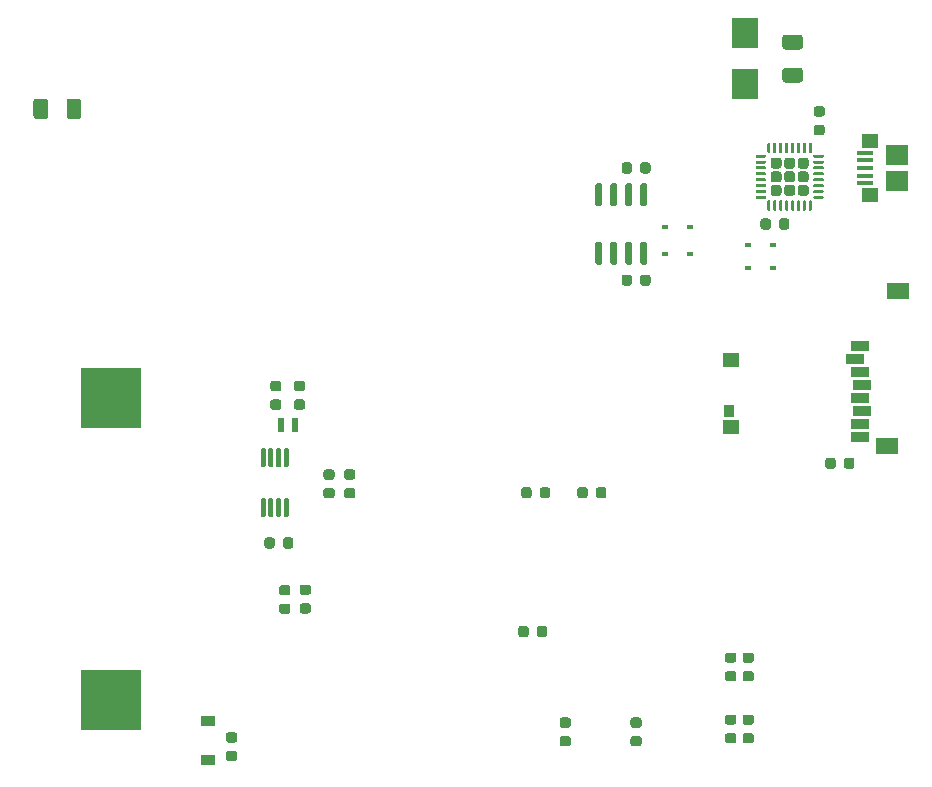
<source format=gbr>
%TF.GenerationSoftware,KiCad,Pcbnew,(5.1.6)-1*%
%TF.CreationDate,2021-11-18T16:20:29-08:00*%
%TF.ProjectId,well-monitor,77656c6c-2d6d-46f6-9e69-746f722e6b69,rev?*%
%TF.SameCoordinates,Original*%
%TF.FileFunction,Paste,Top*%
%TF.FilePolarity,Positive*%
%FSLAX46Y46*%
G04 Gerber Fmt 4.6, Leading zero omitted, Abs format (unit mm)*
G04 Created by KiCad (PCBNEW (5.1.6)-1) date 2021-11-18 16:20:29*
%MOMM*%
%LPD*%
G01*
G04 APERTURE LIST*
%ADD10R,0.600000X0.450000*%
%ADD11R,1.450000X1.150000*%
%ADD12R,1.900000X1.750000*%
%ADD13R,1.400000X0.400000*%
%ADD14R,5.100000X5.100000*%
%ADD15R,2.300000X2.500000*%
%ADD16R,0.600000X1.200000*%
%ADD17R,1.498600X0.812800*%
%ADD18R,0.939800X0.990600*%
%ADD19R,1.397000X1.295400*%
%ADD20R,1.905000X1.397000*%
%ADD21R,1.200000X0.900000*%
G04 APERTURE END LIST*
%TO.C,R7*%
G36*
G01*
X158743750Y-107850000D02*
X159256250Y-107850000D01*
G75*
G02*
X159475000Y-108068750I0J-218750D01*
G01*
X159475000Y-108506250D01*
G75*
G02*
X159256250Y-108725000I-218750J0D01*
G01*
X158743750Y-108725000D01*
G75*
G02*
X158525000Y-108506250I0J218750D01*
G01*
X158525000Y-108068750D01*
G75*
G02*
X158743750Y-107850000I218750J0D01*
G01*
G37*
G36*
G01*
X158743750Y-106275000D02*
X159256250Y-106275000D01*
G75*
G02*
X159475000Y-106493750I0J-218750D01*
G01*
X159475000Y-106931250D01*
G75*
G02*
X159256250Y-107150000I-218750J0D01*
G01*
X158743750Y-107150000D01*
G75*
G02*
X158525000Y-106931250I0J218750D01*
G01*
X158525000Y-106493750D01*
G75*
G02*
X158743750Y-106275000I218750J0D01*
G01*
G37*
%TD*%
%TO.C,D8*%
G36*
G01*
X157756250Y-107150000D02*
X157243750Y-107150000D01*
G75*
G02*
X157025000Y-106931250I0J218750D01*
G01*
X157025000Y-106493750D01*
G75*
G02*
X157243750Y-106275000I218750J0D01*
G01*
X157756250Y-106275000D01*
G75*
G02*
X157975000Y-106493750I0J-218750D01*
G01*
X157975000Y-106931250D01*
G75*
G02*
X157756250Y-107150000I-218750J0D01*
G01*
G37*
G36*
G01*
X157756250Y-108725000D02*
X157243750Y-108725000D01*
G75*
G02*
X157025000Y-108506250I0J218750D01*
G01*
X157025000Y-108068750D01*
G75*
G02*
X157243750Y-107850000I218750J0D01*
G01*
X157756250Y-107850000D01*
G75*
G02*
X157975000Y-108068750I0J-218750D01*
G01*
X157975000Y-108506250D01*
G75*
G02*
X157756250Y-108725000I-218750J0D01*
G01*
G37*
%TD*%
%TO.C,U5*%
G36*
G01*
X119772512Y-87950000D02*
X119972512Y-87950000D01*
G75*
G02*
X120072512Y-88050000I0J-100000D01*
G01*
X120072512Y-89475000D01*
G75*
G02*
X119972512Y-89575000I-100000J0D01*
G01*
X119772512Y-89575000D01*
G75*
G02*
X119672512Y-89475000I0J100000D01*
G01*
X119672512Y-88050000D01*
G75*
G02*
X119772512Y-87950000I100000J0D01*
G01*
G37*
G36*
G01*
X119122512Y-87950000D02*
X119322512Y-87950000D01*
G75*
G02*
X119422512Y-88050000I0J-100000D01*
G01*
X119422512Y-89475000D01*
G75*
G02*
X119322512Y-89575000I-100000J0D01*
G01*
X119122512Y-89575000D01*
G75*
G02*
X119022512Y-89475000I0J100000D01*
G01*
X119022512Y-88050000D01*
G75*
G02*
X119122512Y-87950000I100000J0D01*
G01*
G37*
G36*
G01*
X118472512Y-87950000D02*
X118672512Y-87950000D01*
G75*
G02*
X118772512Y-88050000I0J-100000D01*
G01*
X118772512Y-89475000D01*
G75*
G02*
X118672512Y-89575000I-100000J0D01*
G01*
X118472512Y-89575000D01*
G75*
G02*
X118372512Y-89475000I0J100000D01*
G01*
X118372512Y-88050000D01*
G75*
G02*
X118472512Y-87950000I100000J0D01*
G01*
G37*
G36*
G01*
X117822512Y-87950000D02*
X118022512Y-87950000D01*
G75*
G02*
X118122512Y-88050000I0J-100000D01*
G01*
X118122512Y-89475000D01*
G75*
G02*
X118022512Y-89575000I-100000J0D01*
G01*
X117822512Y-89575000D01*
G75*
G02*
X117722512Y-89475000I0J100000D01*
G01*
X117722512Y-88050000D01*
G75*
G02*
X117822512Y-87950000I100000J0D01*
G01*
G37*
G36*
G01*
X117822512Y-83725000D02*
X118022512Y-83725000D01*
G75*
G02*
X118122512Y-83825000I0J-100000D01*
G01*
X118122512Y-85250000D01*
G75*
G02*
X118022512Y-85350000I-100000J0D01*
G01*
X117822512Y-85350000D01*
G75*
G02*
X117722512Y-85250000I0J100000D01*
G01*
X117722512Y-83825000D01*
G75*
G02*
X117822512Y-83725000I100000J0D01*
G01*
G37*
G36*
G01*
X118472512Y-83725000D02*
X118672512Y-83725000D01*
G75*
G02*
X118772512Y-83825000I0J-100000D01*
G01*
X118772512Y-85250000D01*
G75*
G02*
X118672512Y-85350000I-100000J0D01*
G01*
X118472512Y-85350000D01*
G75*
G02*
X118372512Y-85250000I0J100000D01*
G01*
X118372512Y-83825000D01*
G75*
G02*
X118472512Y-83725000I100000J0D01*
G01*
G37*
G36*
G01*
X119122512Y-83725000D02*
X119322512Y-83725000D01*
G75*
G02*
X119422512Y-83825000I0J-100000D01*
G01*
X119422512Y-85250000D01*
G75*
G02*
X119322512Y-85350000I-100000J0D01*
G01*
X119122512Y-85350000D01*
G75*
G02*
X119022512Y-85250000I0J100000D01*
G01*
X119022512Y-83825000D01*
G75*
G02*
X119122512Y-83725000I100000J0D01*
G01*
G37*
G36*
G01*
X119772512Y-83725000D02*
X119972512Y-83725000D01*
G75*
G02*
X120072512Y-83825000I0J-100000D01*
G01*
X120072512Y-85250000D01*
G75*
G02*
X119972512Y-85350000I-100000J0D01*
G01*
X119772512Y-85350000D01*
G75*
G02*
X119672512Y-85250000I0J100000D01*
G01*
X119672512Y-83825000D01*
G75*
G02*
X119772512Y-83725000I100000J0D01*
G01*
G37*
%TD*%
D10*
%TO.C,D7*%
X161050000Y-66500000D03*
X158950000Y-66500000D03*
%TD*%
%TO.C,D6*%
X161050000Y-68500000D03*
X158950000Y-68500000D03*
%TD*%
%TO.C,C15*%
G36*
G01*
X162125000Y-51525000D02*
X163375000Y-51525000D01*
G75*
G02*
X163625000Y-51775000I0J-250000D01*
G01*
X163625000Y-52525000D01*
G75*
G02*
X163375000Y-52775000I-250000J0D01*
G01*
X162125000Y-52775000D01*
G75*
G02*
X161875000Y-52525000I0J250000D01*
G01*
X161875000Y-51775000D01*
G75*
G02*
X162125000Y-51525000I250000J0D01*
G01*
G37*
G36*
G01*
X162125000Y-48725000D02*
X163375000Y-48725000D01*
G75*
G02*
X163625000Y-48975000I0J-250000D01*
G01*
X163625000Y-49725000D01*
G75*
G02*
X163375000Y-49975000I-250000J0D01*
G01*
X162125000Y-49975000D01*
G75*
G02*
X161875000Y-49725000I0J250000D01*
G01*
X161875000Y-48975000D01*
G75*
G02*
X162125000Y-48725000I250000J0D01*
G01*
G37*
%TD*%
D11*
%TO.C,J6*%
X169320000Y-62320000D03*
X169320000Y-57680000D03*
D12*
X171550000Y-61125000D03*
D13*
X168900000Y-60000000D03*
X168900000Y-59350000D03*
X168900000Y-58700000D03*
X168900000Y-61300000D03*
X168900000Y-60650000D03*
D12*
X171550000Y-58875000D03*
%TD*%
D14*
%TO.C,BT1*%
X105000000Y-105050000D03*
X105000000Y-79450000D03*
%TD*%
D15*
%TO.C,D5*%
X158750000Y-52900000D03*
X158750000Y-48600000D03*
%TD*%
D16*
%TO.C,Y1*%
X119400000Y-81750000D03*
X120600000Y-81750000D03*
%TD*%
%TO.C,U4*%
G36*
G01*
X150005000Y-66250000D02*
X150305000Y-66250000D01*
G75*
G02*
X150455000Y-66400000I0J-150000D01*
G01*
X150455000Y-68050000D01*
G75*
G02*
X150305000Y-68200000I-150000J0D01*
G01*
X150005000Y-68200000D01*
G75*
G02*
X149855000Y-68050000I0J150000D01*
G01*
X149855000Y-66400000D01*
G75*
G02*
X150005000Y-66250000I150000J0D01*
G01*
G37*
G36*
G01*
X148735000Y-66250000D02*
X149035000Y-66250000D01*
G75*
G02*
X149185000Y-66400000I0J-150000D01*
G01*
X149185000Y-68050000D01*
G75*
G02*
X149035000Y-68200000I-150000J0D01*
G01*
X148735000Y-68200000D01*
G75*
G02*
X148585000Y-68050000I0J150000D01*
G01*
X148585000Y-66400000D01*
G75*
G02*
X148735000Y-66250000I150000J0D01*
G01*
G37*
G36*
G01*
X147465000Y-66250000D02*
X147765000Y-66250000D01*
G75*
G02*
X147915000Y-66400000I0J-150000D01*
G01*
X147915000Y-68050000D01*
G75*
G02*
X147765000Y-68200000I-150000J0D01*
G01*
X147465000Y-68200000D01*
G75*
G02*
X147315000Y-68050000I0J150000D01*
G01*
X147315000Y-66400000D01*
G75*
G02*
X147465000Y-66250000I150000J0D01*
G01*
G37*
G36*
G01*
X146195000Y-66250000D02*
X146495000Y-66250000D01*
G75*
G02*
X146645000Y-66400000I0J-150000D01*
G01*
X146645000Y-68050000D01*
G75*
G02*
X146495000Y-68200000I-150000J0D01*
G01*
X146195000Y-68200000D01*
G75*
G02*
X146045000Y-68050000I0J150000D01*
G01*
X146045000Y-66400000D01*
G75*
G02*
X146195000Y-66250000I150000J0D01*
G01*
G37*
G36*
G01*
X146195000Y-61300000D02*
X146495000Y-61300000D01*
G75*
G02*
X146645000Y-61450000I0J-150000D01*
G01*
X146645000Y-63100000D01*
G75*
G02*
X146495000Y-63250000I-150000J0D01*
G01*
X146195000Y-63250000D01*
G75*
G02*
X146045000Y-63100000I0J150000D01*
G01*
X146045000Y-61450000D01*
G75*
G02*
X146195000Y-61300000I150000J0D01*
G01*
G37*
G36*
G01*
X147465000Y-61300000D02*
X147765000Y-61300000D01*
G75*
G02*
X147915000Y-61450000I0J-150000D01*
G01*
X147915000Y-63100000D01*
G75*
G02*
X147765000Y-63250000I-150000J0D01*
G01*
X147465000Y-63250000D01*
G75*
G02*
X147315000Y-63100000I0J150000D01*
G01*
X147315000Y-61450000D01*
G75*
G02*
X147465000Y-61300000I150000J0D01*
G01*
G37*
G36*
G01*
X148735000Y-61300000D02*
X149035000Y-61300000D01*
G75*
G02*
X149185000Y-61450000I0J-150000D01*
G01*
X149185000Y-63100000D01*
G75*
G02*
X149035000Y-63250000I-150000J0D01*
G01*
X148735000Y-63250000D01*
G75*
G02*
X148585000Y-63100000I0J150000D01*
G01*
X148585000Y-61450000D01*
G75*
G02*
X148735000Y-61300000I150000J0D01*
G01*
G37*
G36*
G01*
X150005000Y-61300000D02*
X150305000Y-61300000D01*
G75*
G02*
X150455000Y-61450000I0J-150000D01*
G01*
X150455000Y-63100000D01*
G75*
G02*
X150305000Y-63250000I-150000J0D01*
G01*
X150005000Y-63250000D01*
G75*
G02*
X149855000Y-63100000I0J150000D01*
G01*
X149855000Y-61450000D01*
G75*
G02*
X150005000Y-61300000I150000J0D01*
G01*
G37*
%TD*%
%TO.C,U3*%
G36*
G01*
X163882500Y-60065000D02*
X163417500Y-60065000D01*
G75*
G02*
X163185000Y-59832500I0J232500D01*
G01*
X163185000Y-59367500D01*
G75*
G02*
X163417500Y-59135000I232500J0D01*
G01*
X163882500Y-59135000D01*
G75*
G02*
X164115000Y-59367500I0J-232500D01*
G01*
X164115000Y-59832500D01*
G75*
G02*
X163882500Y-60065000I-232500J0D01*
G01*
G37*
G36*
G01*
X162732500Y-60065000D02*
X162267500Y-60065000D01*
G75*
G02*
X162035000Y-59832500I0J232500D01*
G01*
X162035000Y-59367500D01*
G75*
G02*
X162267500Y-59135000I232500J0D01*
G01*
X162732500Y-59135000D01*
G75*
G02*
X162965000Y-59367500I0J-232500D01*
G01*
X162965000Y-59832500D01*
G75*
G02*
X162732500Y-60065000I-232500J0D01*
G01*
G37*
G36*
G01*
X161582500Y-60065000D02*
X161117500Y-60065000D01*
G75*
G02*
X160885000Y-59832500I0J232500D01*
G01*
X160885000Y-59367500D01*
G75*
G02*
X161117500Y-59135000I232500J0D01*
G01*
X161582500Y-59135000D01*
G75*
G02*
X161815000Y-59367500I0J-232500D01*
G01*
X161815000Y-59832500D01*
G75*
G02*
X161582500Y-60065000I-232500J0D01*
G01*
G37*
G36*
G01*
X163882500Y-61215000D02*
X163417500Y-61215000D01*
G75*
G02*
X163185000Y-60982500I0J232500D01*
G01*
X163185000Y-60517500D01*
G75*
G02*
X163417500Y-60285000I232500J0D01*
G01*
X163882500Y-60285000D01*
G75*
G02*
X164115000Y-60517500I0J-232500D01*
G01*
X164115000Y-60982500D01*
G75*
G02*
X163882500Y-61215000I-232500J0D01*
G01*
G37*
G36*
G01*
X162732500Y-61215000D02*
X162267500Y-61215000D01*
G75*
G02*
X162035000Y-60982500I0J232500D01*
G01*
X162035000Y-60517500D01*
G75*
G02*
X162267500Y-60285000I232500J0D01*
G01*
X162732500Y-60285000D01*
G75*
G02*
X162965000Y-60517500I0J-232500D01*
G01*
X162965000Y-60982500D01*
G75*
G02*
X162732500Y-61215000I-232500J0D01*
G01*
G37*
G36*
G01*
X161582500Y-61215000D02*
X161117500Y-61215000D01*
G75*
G02*
X160885000Y-60982500I0J232500D01*
G01*
X160885000Y-60517500D01*
G75*
G02*
X161117500Y-60285000I232500J0D01*
G01*
X161582500Y-60285000D01*
G75*
G02*
X161815000Y-60517500I0J-232500D01*
G01*
X161815000Y-60982500D01*
G75*
G02*
X161582500Y-61215000I-232500J0D01*
G01*
G37*
G36*
G01*
X163882500Y-62365000D02*
X163417500Y-62365000D01*
G75*
G02*
X163185000Y-62132500I0J232500D01*
G01*
X163185000Y-61667500D01*
G75*
G02*
X163417500Y-61435000I232500J0D01*
G01*
X163882500Y-61435000D01*
G75*
G02*
X164115000Y-61667500I0J-232500D01*
G01*
X164115000Y-62132500D01*
G75*
G02*
X163882500Y-62365000I-232500J0D01*
G01*
G37*
G36*
G01*
X162732500Y-62365000D02*
X162267500Y-62365000D01*
G75*
G02*
X162035000Y-62132500I0J232500D01*
G01*
X162035000Y-61667500D01*
G75*
G02*
X162267500Y-61435000I232500J0D01*
G01*
X162732500Y-61435000D01*
G75*
G02*
X162965000Y-61667500I0J-232500D01*
G01*
X162965000Y-62132500D01*
G75*
G02*
X162732500Y-62365000I-232500J0D01*
G01*
G37*
G36*
G01*
X161582500Y-62365000D02*
X161117500Y-62365000D01*
G75*
G02*
X160885000Y-62132500I0J232500D01*
G01*
X160885000Y-61667500D01*
G75*
G02*
X161117500Y-61435000I232500J0D01*
G01*
X161582500Y-61435000D01*
G75*
G02*
X161815000Y-61667500I0J-232500D01*
G01*
X161815000Y-62132500D01*
G75*
G02*
X161582500Y-62365000I-232500J0D01*
G01*
G37*
G36*
G01*
X160437500Y-62625000D02*
X159687500Y-62625000D01*
G75*
G02*
X159625000Y-62562500I0J62500D01*
G01*
X159625000Y-62437500D01*
G75*
G02*
X159687500Y-62375000I62500J0D01*
G01*
X160437500Y-62375000D01*
G75*
G02*
X160500000Y-62437500I0J-62500D01*
G01*
X160500000Y-62562500D01*
G75*
G02*
X160437500Y-62625000I-62500J0D01*
G01*
G37*
G36*
G01*
X160437500Y-62125000D02*
X159687500Y-62125000D01*
G75*
G02*
X159625000Y-62062500I0J62500D01*
G01*
X159625000Y-61937500D01*
G75*
G02*
X159687500Y-61875000I62500J0D01*
G01*
X160437500Y-61875000D01*
G75*
G02*
X160500000Y-61937500I0J-62500D01*
G01*
X160500000Y-62062500D01*
G75*
G02*
X160437500Y-62125000I-62500J0D01*
G01*
G37*
G36*
G01*
X160437500Y-61625000D02*
X159687500Y-61625000D01*
G75*
G02*
X159625000Y-61562500I0J62500D01*
G01*
X159625000Y-61437500D01*
G75*
G02*
X159687500Y-61375000I62500J0D01*
G01*
X160437500Y-61375000D01*
G75*
G02*
X160500000Y-61437500I0J-62500D01*
G01*
X160500000Y-61562500D01*
G75*
G02*
X160437500Y-61625000I-62500J0D01*
G01*
G37*
G36*
G01*
X160437500Y-61125000D02*
X159687500Y-61125000D01*
G75*
G02*
X159625000Y-61062500I0J62500D01*
G01*
X159625000Y-60937500D01*
G75*
G02*
X159687500Y-60875000I62500J0D01*
G01*
X160437500Y-60875000D01*
G75*
G02*
X160500000Y-60937500I0J-62500D01*
G01*
X160500000Y-61062500D01*
G75*
G02*
X160437500Y-61125000I-62500J0D01*
G01*
G37*
G36*
G01*
X160437500Y-60625000D02*
X159687500Y-60625000D01*
G75*
G02*
X159625000Y-60562500I0J62500D01*
G01*
X159625000Y-60437500D01*
G75*
G02*
X159687500Y-60375000I62500J0D01*
G01*
X160437500Y-60375000D01*
G75*
G02*
X160500000Y-60437500I0J-62500D01*
G01*
X160500000Y-60562500D01*
G75*
G02*
X160437500Y-60625000I-62500J0D01*
G01*
G37*
G36*
G01*
X160437500Y-60125000D02*
X159687500Y-60125000D01*
G75*
G02*
X159625000Y-60062500I0J62500D01*
G01*
X159625000Y-59937500D01*
G75*
G02*
X159687500Y-59875000I62500J0D01*
G01*
X160437500Y-59875000D01*
G75*
G02*
X160500000Y-59937500I0J-62500D01*
G01*
X160500000Y-60062500D01*
G75*
G02*
X160437500Y-60125000I-62500J0D01*
G01*
G37*
G36*
G01*
X160437500Y-59625000D02*
X159687500Y-59625000D01*
G75*
G02*
X159625000Y-59562500I0J62500D01*
G01*
X159625000Y-59437500D01*
G75*
G02*
X159687500Y-59375000I62500J0D01*
G01*
X160437500Y-59375000D01*
G75*
G02*
X160500000Y-59437500I0J-62500D01*
G01*
X160500000Y-59562500D01*
G75*
G02*
X160437500Y-59625000I-62500J0D01*
G01*
G37*
G36*
G01*
X160437500Y-59125000D02*
X159687500Y-59125000D01*
G75*
G02*
X159625000Y-59062500I0J62500D01*
G01*
X159625000Y-58937500D01*
G75*
G02*
X159687500Y-58875000I62500J0D01*
G01*
X160437500Y-58875000D01*
G75*
G02*
X160500000Y-58937500I0J-62500D01*
G01*
X160500000Y-59062500D01*
G75*
G02*
X160437500Y-59125000I-62500J0D01*
G01*
G37*
G36*
G01*
X160812500Y-58750000D02*
X160687500Y-58750000D01*
G75*
G02*
X160625000Y-58687500I0J62500D01*
G01*
X160625000Y-57937500D01*
G75*
G02*
X160687500Y-57875000I62500J0D01*
G01*
X160812500Y-57875000D01*
G75*
G02*
X160875000Y-57937500I0J-62500D01*
G01*
X160875000Y-58687500D01*
G75*
G02*
X160812500Y-58750000I-62500J0D01*
G01*
G37*
G36*
G01*
X161312500Y-58750000D02*
X161187500Y-58750000D01*
G75*
G02*
X161125000Y-58687500I0J62500D01*
G01*
X161125000Y-57937500D01*
G75*
G02*
X161187500Y-57875000I62500J0D01*
G01*
X161312500Y-57875000D01*
G75*
G02*
X161375000Y-57937500I0J-62500D01*
G01*
X161375000Y-58687500D01*
G75*
G02*
X161312500Y-58750000I-62500J0D01*
G01*
G37*
G36*
G01*
X161812500Y-58750000D02*
X161687500Y-58750000D01*
G75*
G02*
X161625000Y-58687500I0J62500D01*
G01*
X161625000Y-57937500D01*
G75*
G02*
X161687500Y-57875000I62500J0D01*
G01*
X161812500Y-57875000D01*
G75*
G02*
X161875000Y-57937500I0J-62500D01*
G01*
X161875000Y-58687500D01*
G75*
G02*
X161812500Y-58750000I-62500J0D01*
G01*
G37*
G36*
G01*
X162312500Y-58750000D02*
X162187500Y-58750000D01*
G75*
G02*
X162125000Y-58687500I0J62500D01*
G01*
X162125000Y-57937500D01*
G75*
G02*
X162187500Y-57875000I62500J0D01*
G01*
X162312500Y-57875000D01*
G75*
G02*
X162375000Y-57937500I0J-62500D01*
G01*
X162375000Y-58687500D01*
G75*
G02*
X162312500Y-58750000I-62500J0D01*
G01*
G37*
G36*
G01*
X162812500Y-58750000D02*
X162687500Y-58750000D01*
G75*
G02*
X162625000Y-58687500I0J62500D01*
G01*
X162625000Y-57937500D01*
G75*
G02*
X162687500Y-57875000I62500J0D01*
G01*
X162812500Y-57875000D01*
G75*
G02*
X162875000Y-57937500I0J-62500D01*
G01*
X162875000Y-58687500D01*
G75*
G02*
X162812500Y-58750000I-62500J0D01*
G01*
G37*
G36*
G01*
X163312500Y-58750000D02*
X163187500Y-58750000D01*
G75*
G02*
X163125000Y-58687500I0J62500D01*
G01*
X163125000Y-57937500D01*
G75*
G02*
X163187500Y-57875000I62500J0D01*
G01*
X163312500Y-57875000D01*
G75*
G02*
X163375000Y-57937500I0J-62500D01*
G01*
X163375000Y-58687500D01*
G75*
G02*
X163312500Y-58750000I-62500J0D01*
G01*
G37*
G36*
G01*
X163812500Y-58750000D02*
X163687500Y-58750000D01*
G75*
G02*
X163625000Y-58687500I0J62500D01*
G01*
X163625000Y-57937500D01*
G75*
G02*
X163687500Y-57875000I62500J0D01*
G01*
X163812500Y-57875000D01*
G75*
G02*
X163875000Y-57937500I0J-62500D01*
G01*
X163875000Y-58687500D01*
G75*
G02*
X163812500Y-58750000I-62500J0D01*
G01*
G37*
G36*
G01*
X164312500Y-58750000D02*
X164187500Y-58750000D01*
G75*
G02*
X164125000Y-58687500I0J62500D01*
G01*
X164125000Y-57937500D01*
G75*
G02*
X164187500Y-57875000I62500J0D01*
G01*
X164312500Y-57875000D01*
G75*
G02*
X164375000Y-57937500I0J-62500D01*
G01*
X164375000Y-58687500D01*
G75*
G02*
X164312500Y-58750000I-62500J0D01*
G01*
G37*
G36*
G01*
X165312500Y-59125000D02*
X164562500Y-59125000D01*
G75*
G02*
X164500000Y-59062500I0J62500D01*
G01*
X164500000Y-58937500D01*
G75*
G02*
X164562500Y-58875000I62500J0D01*
G01*
X165312500Y-58875000D01*
G75*
G02*
X165375000Y-58937500I0J-62500D01*
G01*
X165375000Y-59062500D01*
G75*
G02*
X165312500Y-59125000I-62500J0D01*
G01*
G37*
G36*
G01*
X165312500Y-59625000D02*
X164562500Y-59625000D01*
G75*
G02*
X164500000Y-59562500I0J62500D01*
G01*
X164500000Y-59437500D01*
G75*
G02*
X164562500Y-59375000I62500J0D01*
G01*
X165312500Y-59375000D01*
G75*
G02*
X165375000Y-59437500I0J-62500D01*
G01*
X165375000Y-59562500D01*
G75*
G02*
X165312500Y-59625000I-62500J0D01*
G01*
G37*
G36*
G01*
X165312500Y-60125000D02*
X164562500Y-60125000D01*
G75*
G02*
X164500000Y-60062500I0J62500D01*
G01*
X164500000Y-59937500D01*
G75*
G02*
X164562500Y-59875000I62500J0D01*
G01*
X165312500Y-59875000D01*
G75*
G02*
X165375000Y-59937500I0J-62500D01*
G01*
X165375000Y-60062500D01*
G75*
G02*
X165312500Y-60125000I-62500J0D01*
G01*
G37*
G36*
G01*
X165312500Y-60625000D02*
X164562500Y-60625000D01*
G75*
G02*
X164500000Y-60562500I0J62500D01*
G01*
X164500000Y-60437500D01*
G75*
G02*
X164562500Y-60375000I62500J0D01*
G01*
X165312500Y-60375000D01*
G75*
G02*
X165375000Y-60437500I0J-62500D01*
G01*
X165375000Y-60562500D01*
G75*
G02*
X165312500Y-60625000I-62500J0D01*
G01*
G37*
G36*
G01*
X165312500Y-61125000D02*
X164562500Y-61125000D01*
G75*
G02*
X164500000Y-61062500I0J62500D01*
G01*
X164500000Y-60937500D01*
G75*
G02*
X164562500Y-60875000I62500J0D01*
G01*
X165312500Y-60875000D01*
G75*
G02*
X165375000Y-60937500I0J-62500D01*
G01*
X165375000Y-61062500D01*
G75*
G02*
X165312500Y-61125000I-62500J0D01*
G01*
G37*
G36*
G01*
X165312500Y-61625000D02*
X164562500Y-61625000D01*
G75*
G02*
X164500000Y-61562500I0J62500D01*
G01*
X164500000Y-61437500D01*
G75*
G02*
X164562500Y-61375000I62500J0D01*
G01*
X165312500Y-61375000D01*
G75*
G02*
X165375000Y-61437500I0J-62500D01*
G01*
X165375000Y-61562500D01*
G75*
G02*
X165312500Y-61625000I-62500J0D01*
G01*
G37*
G36*
G01*
X165312500Y-62125000D02*
X164562500Y-62125000D01*
G75*
G02*
X164500000Y-62062500I0J62500D01*
G01*
X164500000Y-61937500D01*
G75*
G02*
X164562500Y-61875000I62500J0D01*
G01*
X165312500Y-61875000D01*
G75*
G02*
X165375000Y-61937500I0J-62500D01*
G01*
X165375000Y-62062500D01*
G75*
G02*
X165312500Y-62125000I-62500J0D01*
G01*
G37*
G36*
G01*
X165312500Y-62625000D02*
X164562500Y-62625000D01*
G75*
G02*
X164500000Y-62562500I0J62500D01*
G01*
X164500000Y-62437500D01*
G75*
G02*
X164562500Y-62375000I62500J0D01*
G01*
X165312500Y-62375000D01*
G75*
G02*
X165375000Y-62437500I0J-62500D01*
G01*
X165375000Y-62562500D01*
G75*
G02*
X165312500Y-62625000I-62500J0D01*
G01*
G37*
G36*
G01*
X164312500Y-63625000D02*
X164187500Y-63625000D01*
G75*
G02*
X164125000Y-63562500I0J62500D01*
G01*
X164125000Y-62812500D01*
G75*
G02*
X164187500Y-62750000I62500J0D01*
G01*
X164312500Y-62750000D01*
G75*
G02*
X164375000Y-62812500I0J-62500D01*
G01*
X164375000Y-63562500D01*
G75*
G02*
X164312500Y-63625000I-62500J0D01*
G01*
G37*
G36*
G01*
X163812500Y-63625000D02*
X163687500Y-63625000D01*
G75*
G02*
X163625000Y-63562500I0J62500D01*
G01*
X163625000Y-62812500D01*
G75*
G02*
X163687500Y-62750000I62500J0D01*
G01*
X163812500Y-62750000D01*
G75*
G02*
X163875000Y-62812500I0J-62500D01*
G01*
X163875000Y-63562500D01*
G75*
G02*
X163812500Y-63625000I-62500J0D01*
G01*
G37*
G36*
G01*
X163312500Y-63625000D02*
X163187500Y-63625000D01*
G75*
G02*
X163125000Y-63562500I0J62500D01*
G01*
X163125000Y-62812500D01*
G75*
G02*
X163187500Y-62750000I62500J0D01*
G01*
X163312500Y-62750000D01*
G75*
G02*
X163375000Y-62812500I0J-62500D01*
G01*
X163375000Y-63562500D01*
G75*
G02*
X163312500Y-63625000I-62500J0D01*
G01*
G37*
G36*
G01*
X162812500Y-63625000D02*
X162687500Y-63625000D01*
G75*
G02*
X162625000Y-63562500I0J62500D01*
G01*
X162625000Y-62812500D01*
G75*
G02*
X162687500Y-62750000I62500J0D01*
G01*
X162812500Y-62750000D01*
G75*
G02*
X162875000Y-62812500I0J-62500D01*
G01*
X162875000Y-63562500D01*
G75*
G02*
X162812500Y-63625000I-62500J0D01*
G01*
G37*
G36*
G01*
X162312500Y-63625000D02*
X162187500Y-63625000D01*
G75*
G02*
X162125000Y-63562500I0J62500D01*
G01*
X162125000Y-62812500D01*
G75*
G02*
X162187500Y-62750000I62500J0D01*
G01*
X162312500Y-62750000D01*
G75*
G02*
X162375000Y-62812500I0J-62500D01*
G01*
X162375000Y-63562500D01*
G75*
G02*
X162312500Y-63625000I-62500J0D01*
G01*
G37*
G36*
G01*
X161812500Y-63625000D02*
X161687500Y-63625000D01*
G75*
G02*
X161625000Y-63562500I0J62500D01*
G01*
X161625000Y-62812500D01*
G75*
G02*
X161687500Y-62750000I62500J0D01*
G01*
X161812500Y-62750000D01*
G75*
G02*
X161875000Y-62812500I0J-62500D01*
G01*
X161875000Y-63562500D01*
G75*
G02*
X161812500Y-63625000I-62500J0D01*
G01*
G37*
G36*
G01*
X161312500Y-63625000D02*
X161187500Y-63625000D01*
G75*
G02*
X161125000Y-63562500I0J62500D01*
G01*
X161125000Y-62812500D01*
G75*
G02*
X161187500Y-62750000I62500J0D01*
G01*
X161312500Y-62750000D01*
G75*
G02*
X161375000Y-62812500I0J-62500D01*
G01*
X161375000Y-63562500D01*
G75*
G02*
X161312500Y-63625000I-62500J0D01*
G01*
G37*
G36*
G01*
X160812500Y-63625000D02*
X160687500Y-63625000D01*
G75*
G02*
X160625000Y-63562500I0J62500D01*
G01*
X160625000Y-62812500D01*
G75*
G02*
X160687500Y-62750000I62500J0D01*
G01*
X160812500Y-62750000D01*
G75*
G02*
X160875000Y-62812500I0J-62500D01*
G01*
X160875000Y-63562500D01*
G75*
G02*
X160812500Y-63625000I-62500J0D01*
G01*
G37*
%TD*%
%TO.C,R5*%
G36*
G01*
X158743750Y-102600000D02*
X159256250Y-102600000D01*
G75*
G02*
X159475000Y-102818750I0J-218750D01*
G01*
X159475000Y-103256250D01*
G75*
G02*
X159256250Y-103475000I-218750J0D01*
G01*
X158743750Y-103475000D01*
G75*
G02*
X158525000Y-103256250I0J218750D01*
G01*
X158525000Y-102818750D01*
G75*
G02*
X158743750Y-102600000I218750J0D01*
G01*
G37*
G36*
G01*
X158743750Y-101025000D02*
X159256250Y-101025000D01*
G75*
G02*
X159475000Y-101243750I0J-218750D01*
G01*
X159475000Y-101681250D01*
G75*
G02*
X159256250Y-101900000I-218750J0D01*
G01*
X158743750Y-101900000D01*
G75*
G02*
X158525000Y-101681250I0J218750D01*
G01*
X158525000Y-101243750D01*
G75*
G02*
X158743750Y-101025000I218750J0D01*
G01*
G37*
%TD*%
%TO.C,R4*%
G36*
G01*
X123243750Y-87100000D02*
X123756250Y-87100000D01*
G75*
G02*
X123975000Y-87318750I0J-218750D01*
G01*
X123975000Y-87756250D01*
G75*
G02*
X123756250Y-87975000I-218750J0D01*
G01*
X123243750Y-87975000D01*
G75*
G02*
X123025000Y-87756250I0J218750D01*
G01*
X123025000Y-87318750D01*
G75*
G02*
X123243750Y-87100000I218750J0D01*
G01*
G37*
G36*
G01*
X123243750Y-85525000D02*
X123756250Y-85525000D01*
G75*
G02*
X123975000Y-85743750I0J-218750D01*
G01*
X123975000Y-86181250D01*
G75*
G02*
X123756250Y-86400000I-218750J0D01*
G01*
X123243750Y-86400000D01*
G75*
G02*
X123025000Y-86181250I0J218750D01*
G01*
X123025000Y-85743750D01*
G75*
G02*
X123243750Y-85525000I218750J0D01*
G01*
G37*
%TD*%
%TO.C,R3*%
G36*
G01*
X125506250Y-86400000D02*
X124993750Y-86400000D01*
G75*
G02*
X124775000Y-86181250I0J218750D01*
G01*
X124775000Y-85743750D01*
G75*
G02*
X124993750Y-85525000I218750J0D01*
G01*
X125506250Y-85525000D01*
G75*
G02*
X125725000Y-85743750I0J-218750D01*
G01*
X125725000Y-86181250D01*
G75*
G02*
X125506250Y-86400000I-218750J0D01*
G01*
G37*
G36*
G01*
X125506250Y-87975000D02*
X124993750Y-87975000D01*
G75*
G02*
X124775000Y-87756250I0J218750D01*
G01*
X124775000Y-87318750D01*
G75*
G02*
X124993750Y-87100000I218750J0D01*
G01*
X125506250Y-87100000D01*
G75*
G02*
X125725000Y-87318750I0J-218750D01*
G01*
X125725000Y-87756250D01*
G75*
G02*
X125506250Y-87975000I-218750J0D01*
G01*
G37*
%TD*%
%TO.C,R2*%
G36*
G01*
X119493750Y-96887500D02*
X120006250Y-96887500D01*
G75*
G02*
X120225000Y-97106250I0J-218750D01*
G01*
X120225000Y-97543750D01*
G75*
G02*
X120006250Y-97762500I-218750J0D01*
G01*
X119493750Y-97762500D01*
G75*
G02*
X119275000Y-97543750I0J218750D01*
G01*
X119275000Y-97106250D01*
G75*
G02*
X119493750Y-96887500I218750J0D01*
G01*
G37*
G36*
G01*
X119493750Y-95312500D02*
X120006250Y-95312500D01*
G75*
G02*
X120225000Y-95531250I0J-218750D01*
G01*
X120225000Y-95968750D01*
G75*
G02*
X120006250Y-96187500I-218750J0D01*
G01*
X119493750Y-96187500D01*
G75*
G02*
X119275000Y-95968750I0J218750D01*
G01*
X119275000Y-95531250D01*
G75*
G02*
X119493750Y-95312500I218750J0D01*
G01*
G37*
%TD*%
%TO.C,R1*%
G36*
G01*
X114993750Y-109350000D02*
X115506250Y-109350000D01*
G75*
G02*
X115725000Y-109568750I0J-218750D01*
G01*
X115725000Y-110006250D01*
G75*
G02*
X115506250Y-110225000I-218750J0D01*
G01*
X114993750Y-110225000D01*
G75*
G02*
X114775000Y-110006250I0J218750D01*
G01*
X114775000Y-109568750D01*
G75*
G02*
X114993750Y-109350000I218750J0D01*
G01*
G37*
G36*
G01*
X114993750Y-107775000D02*
X115506250Y-107775000D01*
G75*
G02*
X115725000Y-107993750I0J-218750D01*
G01*
X115725000Y-108431250D01*
G75*
G02*
X115506250Y-108650000I-218750J0D01*
G01*
X114993750Y-108650000D01*
G75*
G02*
X114775000Y-108431250I0J218750D01*
G01*
X114775000Y-107993750D01*
G75*
G02*
X114993750Y-107775000I218750J0D01*
G01*
G37*
%TD*%
D17*
%TO.C,J7*%
X168415400Y-75059999D03*
X168015401Y-76159999D03*
X168415400Y-77259999D03*
X168615400Y-78360000D03*
X168415400Y-79460000D03*
X168615400Y-80560000D03*
X168415400Y-81659884D03*
X168415400Y-82759884D03*
D18*
X157330401Y-80560064D03*
D19*
X157555400Y-81950000D03*
X157555400Y-76250000D03*
D20*
X170705401Y-83549999D03*
X171705402Y-70400001D03*
%TD*%
%TO.C,F1*%
G36*
G01*
X99725000Y-54375000D02*
X99725000Y-55625000D01*
G75*
G02*
X99475000Y-55875000I-250000J0D01*
G01*
X98725000Y-55875000D01*
G75*
G02*
X98475000Y-55625000I0J250000D01*
G01*
X98475000Y-54375000D01*
G75*
G02*
X98725000Y-54125000I250000J0D01*
G01*
X99475000Y-54125000D01*
G75*
G02*
X99725000Y-54375000I0J-250000D01*
G01*
G37*
G36*
G01*
X102525000Y-54375000D02*
X102525000Y-55625000D01*
G75*
G02*
X102275000Y-55875000I-250000J0D01*
G01*
X101525000Y-55875000D01*
G75*
G02*
X101275000Y-55625000I0J250000D01*
G01*
X101275000Y-54375000D01*
G75*
G02*
X101525000Y-54125000I250000J0D01*
G01*
X102275000Y-54125000D01*
G75*
G02*
X102525000Y-54375000I0J-250000D01*
G01*
G37*
%TD*%
%TO.C,D4*%
G36*
G01*
X157756250Y-101900000D02*
X157243750Y-101900000D01*
G75*
G02*
X157025000Y-101681250I0J218750D01*
G01*
X157025000Y-101243750D01*
G75*
G02*
X157243750Y-101025000I218750J0D01*
G01*
X157756250Y-101025000D01*
G75*
G02*
X157975000Y-101243750I0J-218750D01*
G01*
X157975000Y-101681250D01*
G75*
G02*
X157756250Y-101900000I-218750J0D01*
G01*
G37*
G36*
G01*
X157756250Y-103475000D02*
X157243750Y-103475000D01*
G75*
G02*
X157025000Y-103256250I0J218750D01*
G01*
X157025000Y-102818750D01*
G75*
G02*
X157243750Y-102600000I218750J0D01*
G01*
X157756250Y-102600000D01*
G75*
G02*
X157975000Y-102818750I0J-218750D01*
G01*
X157975000Y-103256250D01*
G75*
G02*
X157756250Y-103475000I-218750J0D01*
G01*
G37*
%TD*%
D21*
%TO.C,D3*%
X113250000Y-106850000D03*
X113250000Y-110150000D03*
%TD*%
D10*
%TO.C,D2*%
X154050000Y-65000000D03*
X151950000Y-65000000D03*
%TD*%
%TO.C,D1*%
X154050000Y-67250000D03*
X151950000Y-67250000D03*
%TD*%
%TO.C,C14*%
G36*
G01*
X149243750Y-108100000D02*
X149756250Y-108100000D01*
G75*
G02*
X149975000Y-108318750I0J-218750D01*
G01*
X149975000Y-108756250D01*
G75*
G02*
X149756250Y-108975000I-218750J0D01*
G01*
X149243750Y-108975000D01*
G75*
G02*
X149025000Y-108756250I0J218750D01*
G01*
X149025000Y-108318750D01*
G75*
G02*
X149243750Y-108100000I218750J0D01*
G01*
G37*
G36*
G01*
X149243750Y-106525000D02*
X149756250Y-106525000D01*
G75*
G02*
X149975000Y-106743750I0J-218750D01*
G01*
X149975000Y-107181250D01*
G75*
G02*
X149756250Y-107400000I-218750J0D01*
G01*
X149243750Y-107400000D01*
G75*
G02*
X149025000Y-107181250I0J218750D01*
G01*
X149025000Y-106743750D01*
G75*
G02*
X149243750Y-106525000I218750J0D01*
G01*
G37*
%TD*%
%TO.C,C13*%
G36*
G01*
X143756250Y-107400000D02*
X143243750Y-107400000D01*
G75*
G02*
X143025000Y-107181250I0J218750D01*
G01*
X143025000Y-106743750D01*
G75*
G02*
X143243750Y-106525000I218750J0D01*
G01*
X143756250Y-106525000D01*
G75*
G02*
X143975000Y-106743750I0J-218750D01*
G01*
X143975000Y-107181250D01*
G75*
G02*
X143756250Y-107400000I-218750J0D01*
G01*
G37*
G36*
G01*
X143756250Y-108975000D02*
X143243750Y-108975000D01*
G75*
G02*
X143025000Y-108756250I0J218750D01*
G01*
X143025000Y-108318750D01*
G75*
G02*
X143243750Y-108100000I218750J0D01*
G01*
X143756250Y-108100000D01*
G75*
G02*
X143975000Y-108318750I0J-218750D01*
G01*
X143975000Y-108756250D01*
G75*
G02*
X143756250Y-108975000I-218750J0D01*
G01*
G37*
%TD*%
%TO.C,C12*%
G36*
G01*
X119600000Y-92006250D02*
X119600000Y-91493750D01*
G75*
G02*
X119818750Y-91275000I218750J0D01*
G01*
X120256250Y-91275000D01*
G75*
G02*
X120475000Y-91493750I0J-218750D01*
G01*
X120475000Y-92006250D01*
G75*
G02*
X120256250Y-92225000I-218750J0D01*
G01*
X119818750Y-92225000D01*
G75*
G02*
X119600000Y-92006250I0J218750D01*
G01*
G37*
G36*
G01*
X118025000Y-92006250D02*
X118025000Y-91493750D01*
G75*
G02*
X118243750Y-91275000I218750J0D01*
G01*
X118681250Y-91275000D01*
G75*
G02*
X118900000Y-91493750I0J-218750D01*
G01*
X118900000Y-92006250D01*
G75*
G02*
X118681250Y-92225000I-218750J0D01*
G01*
X118243750Y-92225000D01*
G75*
G02*
X118025000Y-92006250I0J218750D01*
G01*
G37*
%TD*%
%TO.C,C11*%
G36*
G01*
X146100000Y-87756250D02*
X146100000Y-87243750D01*
G75*
G02*
X146318750Y-87025000I218750J0D01*
G01*
X146756250Y-87025000D01*
G75*
G02*
X146975000Y-87243750I0J-218750D01*
G01*
X146975000Y-87756250D01*
G75*
G02*
X146756250Y-87975000I-218750J0D01*
G01*
X146318750Y-87975000D01*
G75*
G02*
X146100000Y-87756250I0J218750D01*
G01*
G37*
G36*
G01*
X144525000Y-87756250D02*
X144525000Y-87243750D01*
G75*
G02*
X144743750Y-87025000I218750J0D01*
G01*
X145181250Y-87025000D01*
G75*
G02*
X145400000Y-87243750I0J-218750D01*
G01*
X145400000Y-87756250D01*
G75*
G02*
X145181250Y-87975000I-218750J0D01*
G01*
X144743750Y-87975000D01*
G75*
G02*
X144525000Y-87756250I0J218750D01*
G01*
G37*
%TD*%
%TO.C,C10*%
G36*
G01*
X140400000Y-98993750D02*
X140400000Y-99506250D01*
G75*
G02*
X140181250Y-99725000I-218750J0D01*
G01*
X139743750Y-99725000D01*
G75*
G02*
X139525000Y-99506250I0J218750D01*
G01*
X139525000Y-98993750D01*
G75*
G02*
X139743750Y-98775000I218750J0D01*
G01*
X140181250Y-98775000D01*
G75*
G02*
X140400000Y-98993750I0J-218750D01*
G01*
G37*
G36*
G01*
X141975000Y-98993750D02*
X141975000Y-99506250D01*
G75*
G02*
X141756250Y-99725000I-218750J0D01*
G01*
X141318750Y-99725000D01*
G75*
G02*
X141100000Y-99506250I0J218750D01*
G01*
X141100000Y-98993750D01*
G75*
G02*
X141318750Y-98775000I218750J0D01*
G01*
X141756250Y-98775000D01*
G75*
G02*
X141975000Y-98993750I0J-218750D01*
G01*
G37*
%TD*%
%TO.C,C9*%
G36*
G01*
X160900000Y-64493750D02*
X160900000Y-65006250D01*
G75*
G02*
X160681250Y-65225000I-218750J0D01*
G01*
X160243750Y-65225000D01*
G75*
G02*
X160025000Y-65006250I0J218750D01*
G01*
X160025000Y-64493750D01*
G75*
G02*
X160243750Y-64275000I218750J0D01*
G01*
X160681250Y-64275000D01*
G75*
G02*
X160900000Y-64493750I0J-218750D01*
G01*
G37*
G36*
G01*
X162475000Y-64493750D02*
X162475000Y-65006250D01*
G75*
G02*
X162256250Y-65225000I-218750J0D01*
G01*
X161818750Y-65225000D01*
G75*
G02*
X161600000Y-65006250I0J218750D01*
G01*
X161600000Y-64493750D01*
G75*
G02*
X161818750Y-64275000I218750J0D01*
G01*
X162256250Y-64275000D01*
G75*
G02*
X162475000Y-64493750I0J-218750D01*
G01*
G37*
%TD*%
%TO.C,C8*%
G36*
G01*
X166400000Y-84743750D02*
X166400000Y-85256250D01*
G75*
G02*
X166181250Y-85475000I-218750J0D01*
G01*
X165743750Y-85475000D01*
G75*
G02*
X165525000Y-85256250I0J218750D01*
G01*
X165525000Y-84743750D01*
G75*
G02*
X165743750Y-84525000I218750J0D01*
G01*
X166181250Y-84525000D01*
G75*
G02*
X166400000Y-84743750I0J-218750D01*
G01*
G37*
G36*
G01*
X167975000Y-84743750D02*
X167975000Y-85256250D01*
G75*
G02*
X167756250Y-85475000I-218750J0D01*
G01*
X167318750Y-85475000D01*
G75*
G02*
X167100000Y-85256250I0J218750D01*
G01*
X167100000Y-84743750D01*
G75*
G02*
X167318750Y-84525000I218750J0D01*
G01*
X167756250Y-84525000D01*
G75*
G02*
X167975000Y-84743750I0J-218750D01*
G01*
G37*
%TD*%
%TO.C,C7*%
G36*
G01*
X141350000Y-87756250D02*
X141350000Y-87243750D01*
G75*
G02*
X141568750Y-87025000I218750J0D01*
G01*
X142006250Y-87025000D01*
G75*
G02*
X142225000Y-87243750I0J-218750D01*
G01*
X142225000Y-87756250D01*
G75*
G02*
X142006250Y-87975000I-218750J0D01*
G01*
X141568750Y-87975000D01*
G75*
G02*
X141350000Y-87756250I0J218750D01*
G01*
G37*
G36*
G01*
X139775000Y-87756250D02*
X139775000Y-87243750D01*
G75*
G02*
X139993750Y-87025000I218750J0D01*
G01*
X140431250Y-87025000D01*
G75*
G02*
X140650000Y-87243750I0J-218750D01*
G01*
X140650000Y-87756250D01*
G75*
G02*
X140431250Y-87975000I-218750J0D01*
G01*
X139993750Y-87975000D01*
G75*
G02*
X139775000Y-87756250I0J218750D01*
G01*
G37*
%TD*%
%TO.C,C6*%
G36*
G01*
X121243750Y-96850000D02*
X121756250Y-96850000D01*
G75*
G02*
X121975000Y-97068750I0J-218750D01*
G01*
X121975000Y-97506250D01*
G75*
G02*
X121756250Y-97725000I-218750J0D01*
G01*
X121243750Y-97725000D01*
G75*
G02*
X121025000Y-97506250I0J218750D01*
G01*
X121025000Y-97068750D01*
G75*
G02*
X121243750Y-96850000I218750J0D01*
G01*
G37*
G36*
G01*
X121243750Y-95275000D02*
X121756250Y-95275000D01*
G75*
G02*
X121975000Y-95493750I0J-218750D01*
G01*
X121975000Y-95931250D01*
G75*
G02*
X121756250Y-96150000I-218750J0D01*
G01*
X121243750Y-96150000D01*
G75*
G02*
X121025000Y-95931250I0J218750D01*
G01*
X121025000Y-95493750D01*
G75*
G02*
X121243750Y-95275000I218750J0D01*
G01*
G37*
%TD*%
%TO.C,C5*%
G36*
G01*
X119256250Y-78900000D02*
X118743750Y-78900000D01*
G75*
G02*
X118525000Y-78681250I0J218750D01*
G01*
X118525000Y-78243750D01*
G75*
G02*
X118743750Y-78025000I218750J0D01*
G01*
X119256250Y-78025000D01*
G75*
G02*
X119475000Y-78243750I0J-218750D01*
G01*
X119475000Y-78681250D01*
G75*
G02*
X119256250Y-78900000I-218750J0D01*
G01*
G37*
G36*
G01*
X119256250Y-80475000D02*
X118743750Y-80475000D01*
G75*
G02*
X118525000Y-80256250I0J218750D01*
G01*
X118525000Y-79818750D01*
G75*
G02*
X118743750Y-79600000I218750J0D01*
G01*
X119256250Y-79600000D01*
G75*
G02*
X119475000Y-79818750I0J-218750D01*
G01*
X119475000Y-80256250D01*
G75*
G02*
X119256250Y-80475000I-218750J0D01*
G01*
G37*
%TD*%
%TO.C,C4*%
G36*
G01*
X120743750Y-79600000D02*
X121256250Y-79600000D01*
G75*
G02*
X121475000Y-79818750I0J-218750D01*
G01*
X121475000Y-80256250D01*
G75*
G02*
X121256250Y-80475000I-218750J0D01*
G01*
X120743750Y-80475000D01*
G75*
G02*
X120525000Y-80256250I0J218750D01*
G01*
X120525000Y-79818750D01*
G75*
G02*
X120743750Y-79600000I218750J0D01*
G01*
G37*
G36*
G01*
X120743750Y-78025000D02*
X121256250Y-78025000D01*
G75*
G02*
X121475000Y-78243750I0J-218750D01*
G01*
X121475000Y-78681250D01*
G75*
G02*
X121256250Y-78900000I-218750J0D01*
G01*
X120743750Y-78900000D01*
G75*
G02*
X120525000Y-78681250I0J218750D01*
G01*
X120525000Y-78243750D01*
G75*
G02*
X120743750Y-78025000I218750J0D01*
G01*
G37*
%TD*%
%TO.C,C3*%
G36*
G01*
X149150000Y-59743750D02*
X149150000Y-60256250D01*
G75*
G02*
X148931250Y-60475000I-218750J0D01*
G01*
X148493750Y-60475000D01*
G75*
G02*
X148275000Y-60256250I0J218750D01*
G01*
X148275000Y-59743750D01*
G75*
G02*
X148493750Y-59525000I218750J0D01*
G01*
X148931250Y-59525000D01*
G75*
G02*
X149150000Y-59743750I0J-218750D01*
G01*
G37*
G36*
G01*
X150725000Y-59743750D02*
X150725000Y-60256250D01*
G75*
G02*
X150506250Y-60475000I-218750J0D01*
G01*
X150068750Y-60475000D01*
G75*
G02*
X149850000Y-60256250I0J218750D01*
G01*
X149850000Y-59743750D01*
G75*
G02*
X150068750Y-59525000I218750J0D01*
G01*
X150506250Y-59525000D01*
G75*
G02*
X150725000Y-59743750I0J-218750D01*
G01*
G37*
%TD*%
%TO.C,C2*%
G36*
G01*
X149150000Y-69243750D02*
X149150000Y-69756250D01*
G75*
G02*
X148931250Y-69975000I-218750J0D01*
G01*
X148493750Y-69975000D01*
G75*
G02*
X148275000Y-69756250I0J218750D01*
G01*
X148275000Y-69243750D01*
G75*
G02*
X148493750Y-69025000I218750J0D01*
G01*
X148931250Y-69025000D01*
G75*
G02*
X149150000Y-69243750I0J-218750D01*
G01*
G37*
G36*
G01*
X150725000Y-69243750D02*
X150725000Y-69756250D01*
G75*
G02*
X150506250Y-69975000I-218750J0D01*
G01*
X150068750Y-69975000D01*
G75*
G02*
X149850000Y-69756250I0J218750D01*
G01*
X149850000Y-69243750D01*
G75*
G02*
X150068750Y-69025000I218750J0D01*
G01*
X150506250Y-69025000D01*
G75*
G02*
X150725000Y-69243750I0J-218750D01*
G01*
G37*
%TD*%
%TO.C,C1*%
G36*
G01*
X165256250Y-55650000D02*
X164743750Y-55650000D01*
G75*
G02*
X164525000Y-55431250I0J218750D01*
G01*
X164525000Y-54993750D01*
G75*
G02*
X164743750Y-54775000I218750J0D01*
G01*
X165256250Y-54775000D01*
G75*
G02*
X165475000Y-54993750I0J-218750D01*
G01*
X165475000Y-55431250D01*
G75*
G02*
X165256250Y-55650000I-218750J0D01*
G01*
G37*
G36*
G01*
X165256250Y-57225000D02*
X164743750Y-57225000D01*
G75*
G02*
X164525000Y-57006250I0J218750D01*
G01*
X164525000Y-56568750D01*
G75*
G02*
X164743750Y-56350000I218750J0D01*
G01*
X165256250Y-56350000D01*
G75*
G02*
X165475000Y-56568750I0J-218750D01*
G01*
X165475000Y-57006250D01*
G75*
G02*
X165256250Y-57225000I-218750J0D01*
G01*
G37*
%TD*%
M02*

</source>
